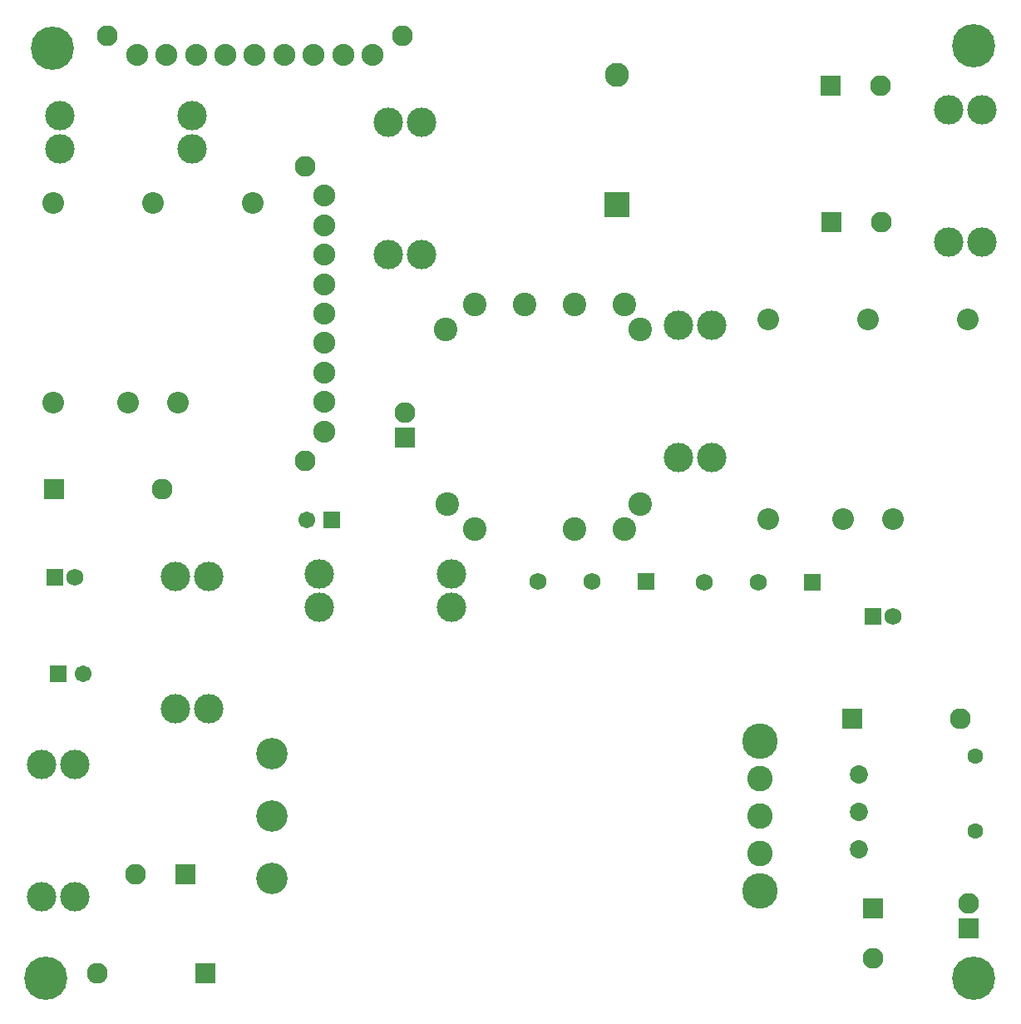
<source format=gbs>
G04*
G04 #@! TF.GenerationSoftware,Altium Limited,Altium Designer,18.1.6 (161)*
G04*
G04 Layer_Color=16711935*
%FSLAX25Y25*%
%MOIN*%
G70*
G01*
G75*
%ADD14C,0.11800*%
%ADD15C,0.09461*%
%ADD16R,0.06800X0.06800*%
%ADD17C,0.06800*%
%ADD18C,0.14186*%
%ADD19C,0.10249*%
%ADD20C,0.12611*%
%ADD21C,0.17300*%
%ADD22C,0.08300*%
%ADD23C,0.08800*%
%ADD24R,0.08300X0.08300*%
%ADD25R,0.08375X0.08375*%
%ADD26C,0.08375*%
%ADD27R,0.09961X0.09961*%
%ADD28C,0.09712*%
%ADD29C,0.08674*%
%ADD30C,0.06312*%
%ADD31C,0.07300*%
%ADD32C,0.06706*%
%ADD33R,0.06706X0.06706*%
%ADD34R,0.06800X0.06800*%
%ADD35R,0.08300X0.08300*%
D14*
X18130Y345114D02*
D03*
Y358500D02*
D03*
X71161D02*
D03*
Y345114D02*
D03*
X149614Y355909D02*
D03*
X163000D02*
D03*
Y302878D02*
D03*
X149614D02*
D03*
X10614Y98500D02*
D03*
X24000D02*
D03*
Y45469D02*
D03*
X10614D02*
D03*
X279386Y274532D02*
D03*
X266000D02*
D03*
Y221500D02*
D03*
X279386D02*
D03*
X77886Y174031D02*
D03*
X64500D02*
D03*
Y121000D02*
D03*
X77886D02*
D03*
X387886Y361032D02*
D03*
X374500D02*
D03*
Y308000D02*
D03*
X387886D02*
D03*
X175000Y161500D02*
D03*
Y174886D02*
D03*
X121968D02*
D03*
Y161500D02*
D03*
D15*
X224500Y193000D02*
D03*
X244500D02*
D03*
X184500D02*
D03*
Y283000D02*
D03*
X204500D02*
D03*
X224500D02*
D03*
X244500D02*
D03*
X173319Y203000D02*
D03*
X250878Y272764D02*
D03*
Y203000D02*
D03*
X172925Y272764D02*
D03*
D16*
X16063Y173500D02*
D03*
X344063Y158000D02*
D03*
D17*
X23937Y173500D02*
D03*
X351937Y158000D02*
D03*
X209693Y172000D02*
D03*
X231347D02*
D03*
X298000Y171500D02*
D03*
X276346D02*
D03*
D18*
X298669Y48000D02*
D03*
X298669Y108000D02*
D03*
D19*
X298669Y63000D02*
D03*
Y78039D02*
D03*
Y93000D02*
D03*
D20*
X103000Y53000D02*
D03*
Y78000D02*
D03*
Y103000D02*
D03*
D21*
X384500Y386500D02*
D03*
Y13000D02*
D03*
X15000Y385500D02*
D03*
X12500Y13000D02*
D03*
D22*
X37189Y390717D02*
D03*
X155299D02*
D03*
X382500Y43000D02*
D03*
X344000Y21000D02*
D03*
X347500Y316055D02*
D03*
X347000Y370500D02*
D03*
X48500Y54500D02*
D03*
X156500Y239500D02*
D03*
X116284Y338311D02*
D03*
Y220201D02*
D03*
D23*
X143488Y383000D02*
D03*
X131677D02*
D03*
X119866D02*
D03*
X108055D02*
D03*
X96244D02*
D03*
X84433D02*
D03*
X72622D02*
D03*
X60811D02*
D03*
X49000D02*
D03*
X124000Y232012D02*
D03*
Y243823D02*
D03*
Y255634D02*
D03*
Y267445D02*
D03*
Y279256D02*
D03*
Y291067D02*
D03*
Y302878D02*
D03*
Y314689D02*
D03*
Y326500D02*
D03*
D24*
X382500Y33000D02*
D03*
X344000Y41000D02*
D03*
X156500Y229500D02*
D03*
D25*
X76500Y15000D02*
D03*
X15846Y209000D02*
D03*
X335846Y117000D02*
D03*
D26*
X33193Y15000D02*
D03*
X59153Y209000D02*
D03*
X379153Y117000D02*
D03*
D27*
X241500Y323000D02*
D03*
D28*
Y374969D02*
D03*
D29*
X382000Y277000D02*
D03*
X342000D02*
D03*
X302000D02*
D03*
Y197000D02*
D03*
X332000D02*
D03*
X352000D02*
D03*
X65500Y243500D02*
D03*
X45500D02*
D03*
X15500D02*
D03*
Y323500D02*
D03*
X55500D02*
D03*
X95500D02*
D03*
D30*
X385000Y72000D02*
D03*
Y102000D02*
D03*
D31*
X338500Y79500D02*
D03*
Y64500D02*
D03*
Y94500D02*
D03*
D32*
X27500Y135000D02*
D03*
X117000Y196500D02*
D03*
D33*
X17500Y135000D02*
D03*
X127000Y196500D02*
D03*
D34*
X253000Y172000D02*
D03*
X319654Y171500D02*
D03*
D35*
X327500Y316055D02*
D03*
X327000Y370500D02*
D03*
X68500Y54500D02*
D03*
M02*

</source>
